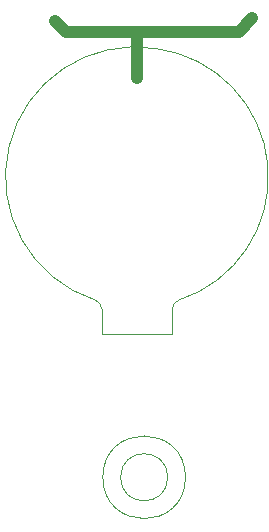
<source format=gbr>
%TF.GenerationSoftware,KiCad,Pcbnew,7.0.1*%
%TF.CreationDate,2023-05-15T20:45:39+02:00*%
%TF.ProjectId,robi,726f6269-2e6b-4696-9361-645f70636258,rev?*%
%TF.SameCoordinates,Original*%
%TF.FileFunction,Legend,Bot*%
%TF.FilePolarity,Positive*%
%FSLAX46Y46*%
G04 Gerber Fmt 4.6, Leading zero omitted, Abs format (unit mm)*
G04 Created by KiCad (PCBNEW 7.0.1) date 2023-05-15 20:45:39*
%MOMM*%
%LPD*%
G01*
G04 APERTURE LIST*
%ADD10C,1.000000*%
%ADD11C,0.120000*%
G04 APERTURE END LIST*
D10*
X86100000Y-52100000D02*
X71550000Y-52100000D01*
X77500000Y-52150000D02*
X77500000Y-56000000D01*
X70575000Y-51150000D02*
X71525000Y-52100000D01*
X86100000Y-52100000D02*
X87250000Y-50950000D01*
D11*
%TO.C,Batterie*%
X74500000Y-77700000D02*
X80500000Y-77700000D01*
X74500000Y-77700000D02*
X74500000Y-75558861D01*
X80500000Y-77700000D02*
X80500000Y-75558861D01*
X81026384Y-74807106D02*
G75*
G03*
X80500000Y-75558861I273616J-751754D01*
G01*
X79100000Y-53500000D02*
G75*
G03*
X74000000Y-74808861I-1755253J-10844643D01*
G01*
X74500000Y-75558861D02*
G75*
G03*
X73973616Y-74807107I-800002J-2D01*
G01*
X81000000Y-74808861D02*
G75*
G03*
X79100000Y-53500001I-3337560J10441544D01*
G01*
%TO.C,SW1*%
X80100000Y-89800000D02*
G75*
G03*
X80100000Y-89800000I-2000000J0D01*
G01*
X81600000Y-89800000D02*
G75*
G03*
X81600000Y-89800000I-3500000J0D01*
G01*
%TD*%
M02*

</source>
